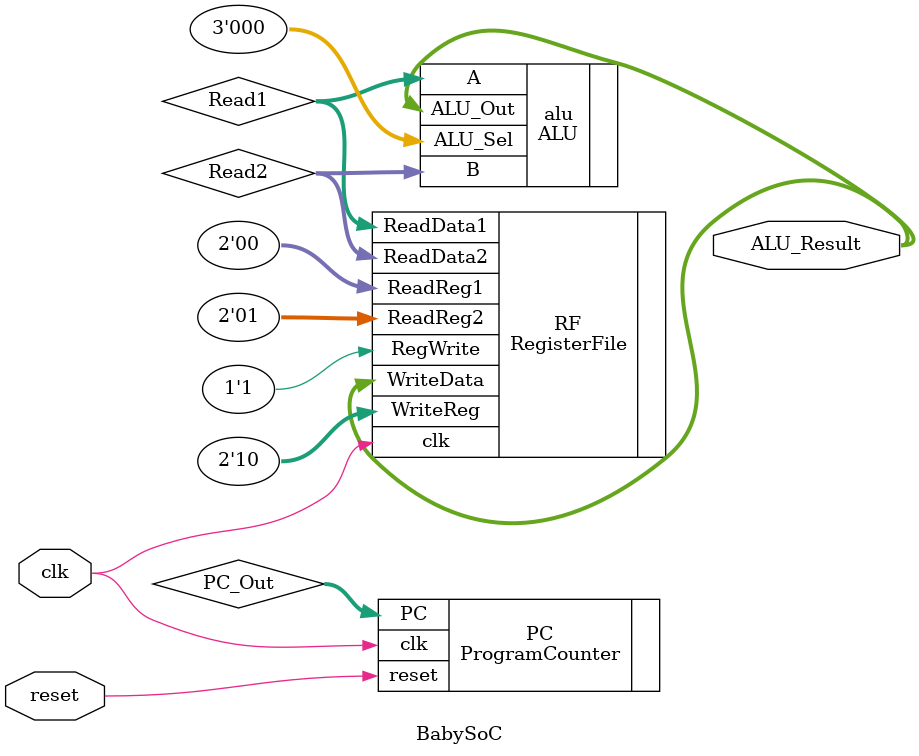
<source format=v>
module BabySoC(
    input clk,
    input reset,
    output [3:0] ALU_Result
);
    wire [3:0] PC_Out;
    wire [3:0] Read1, Read2;

    ProgramCounter PC(.clk(clk), .reset(reset), .PC(PC_Out));
    RegisterFile RF(.clk(clk), .ReadReg1(2'b00), .ReadReg2(2'b01), .WriteReg(2'b10),
                    .WriteData(ALU_Result), .RegWrite(1'b1), .ReadData1(Read1), .ReadData2(Read2));
    ALU alu(.A(Read1), .B(Read2), .ALU_Sel(3'b000), .ALU_Out(ALU_Result));
endmodule

</source>
